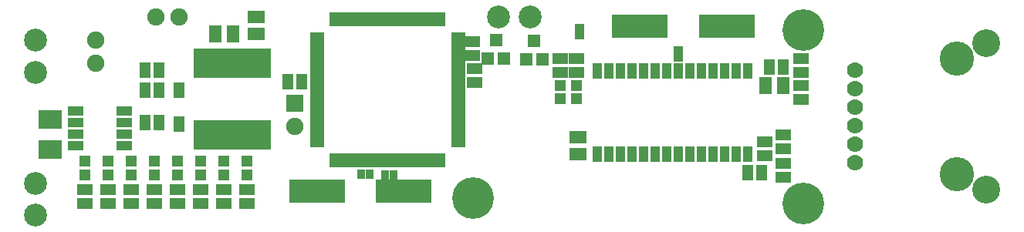
<source format=gts>
G04 (created by PCBNEW-RS274X (2012-jan-04)-stable) date Fri 13 Apr 2012 11:09:43 PM EDT*
G01*
G70*
G90*
%MOIN*%
G04 Gerber Fmt 3.4, Leading zero omitted, Abs format*
%FSLAX34Y34*%
G04 APERTURE LIST*
%ADD10C,0.006000*%
%ADD11C,0.180000*%
%ADD12R,0.060000X0.030000*%
%ADD13R,0.030000X0.060000*%
%ADD14R,0.056000X0.056000*%
%ADD15R,0.047600X0.067200*%
%ADD16R,0.065000X0.040000*%
%ADD17R,0.040000X0.070000*%
%ADD18R,0.100000X0.080000*%
%ADD19R,0.055000X0.075000*%
%ADD20R,0.075000X0.055000*%
%ADD21R,0.065000X0.045000*%
%ADD22R,0.045000X0.065000*%
%ADD23R,0.043600X0.035700*%
%ADD24R,0.035700X0.043600*%
%ADD25C,0.098700*%
%ADD26R,0.075000X0.075000*%
%ADD27C,0.075000*%
%ADD28R,0.335000X0.126300*%
%ADD29R,0.051400X0.051400*%
%ADD30R,0.240500X0.102700*%
%ADD31C,0.070000*%
%ADD32C,0.120000*%
%ADD33C,0.148000*%
G04 APERTURE END LIST*
G54D10*
G54D11*
X28000Y-14500D03*
X42250Y-07250D03*
X42250Y-14750D03*
G54D12*
X21250Y-12180D03*
X21250Y-07460D03*
X21250Y-07660D03*
X21250Y-07850D03*
X21250Y-08050D03*
X21250Y-08250D03*
X21250Y-08440D03*
X21250Y-08640D03*
X21250Y-08840D03*
X21250Y-09030D03*
X21250Y-09230D03*
X21250Y-09430D03*
X21250Y-09630D03*
X21250Y-09820D03*
X21250Y-10020D03*
X21250Y-10220D03*
X21250Y-10410D03*
X21250Y-10610D03*
X21250Y-10810D03*
X21250Y-11000D03*
X21250Y-11200D03*
X21250Y-11400D03*
X21250Y-11590D03*
X21250Y-11790D03*
X21250Y-11990D03*
G54D13*
X21940Y-06770D03*
X26660Y-06770D03*
X26460Y-06770D03*
X26270Y-06770D03*
X26070Y-06770D03*
X25870Y-06770D03*
X25680Y-06770D03*
X25480Y-06770D03*
X25280Y-06770D03*
X25090Y-06770D03*
X24890Y-06770D03*
X24690Y-06770D03*
X24490Y-06770D03*
X24300Y-06770D03*
X24100Y-06770D03*
X23900Y-06770D03*
X23710Y-06770D03*
X23510Y-06770D03*
X23310Y-06770D03*
X23120Y-06770D03*
X22920Y-06770D03*
X22720Y-06770D03*
X22530Y-06770D03*
X22330Y-06770D03*
X22130Y-06770D03*
X21940Y-12870D03*
X22140Y-12870D03*
X22330Y-12870D03*
X22530Y-12870D03*
X22730Y-12870D03*
X22920Y-12870D03*
X23120Y-12870D03*
X23320Y-12870D03*
X23510Y-12870D03*
X23710Y-12870D03*
X23910Y-12870D03*
X24110Y-12870D03*
X24300Y-12870D03*
X24500Y-12870D03*
X24700Y-12870D03*
X24890Y-12870D03*
X25090Y-12870D03*
X25290Y-12870D03*
X25480Y-12870D03*
X25680Y-12870D03*
X25880Y-12870D03*
X26070Y-12870D03*
X26270Y-12870D03*
X26470Y-12870D03*
X26660Y-12870D03*
G54D12*
X27350Y-12180D03*
X27350Y-11980D03*
X27350Y-11790D03*
X27350Y-11590D03*
X27350Y-11390D03*
X27350Y-11200D03*
X27350Y-11000D03*
X27350Y-10800D03*
X27350Y-10610D03*
X27350Y-10410D03*
X27350Y-10210D03*
X27350Y-10010D03*
X27350Y-09820D03*
X27350Y-09620D03*
X27350Y-09420D03*
X27350Y-09230D03*
X27350Y-09030D03*
X27350Y-08830D03*
X27350Y-08640D03*
X27350Y-08440D03*
X27350Y-08240D03*
X27350Y-08050D03*
X27350Y-07850D03*
X27350Y-07650D03*
X27350Y-07460D03*
G54D14*
X29340Y-08470D03*
X28640Y-08470D03*
X28990Y-07670D03*
X30990Y-08520D03*
X30290Y-08520D03*
X30640Y-07720D03*
G54D15*
X15285Y-09847D03*
X15285Y-11303D03*
G54D16*
X10835Y-12245D03*
X12935Y-12245D03*
X10835Y-11745D03*
X10835Y-11245D03*
X10835Y-10745D03*
X12935Y-11745D03*
X12935Y-11245D03*
X12935Y-10745D03*
G54D17*
X33355Y-12615D03*
X33855Y-12615D03*
X34355Y-12615D03*
X34855Y-12615D03*
X35355Y-12615D03*
X35855Y-12615D03*
X36355Y-12615D03*
X36855Y-12615D03*
X37355Y-12615D03*
X37855Y-12615D03*
X38355Y-12615D03*
X38855Y-12615D03*
X39355Y-12615D03*
X39855Y-12615D03*
X39855Y-09015D03*
X39355Y-09015D03*
X38855Y-09015D03*
X38355Y-09015D03*
X37855Y-09015D03*
X37355Y-09015D03*
X36855Y-09015D03*
X36355Y-09015D03*
X35855Y-09015D03*
X35355Y-09015D03*
X34855Y-09015D03*
X34355Y-09015D03*
X33855Y-09015D03*
X33355Y-09015D03*
G54D18*
X09720Y-11100D03*
X09720Y-12400D03*
G54D19*
X40640Y-09635D03*
X41390Y-09635D03*
G54D20*
X18635Y-06660D03*
X18635Y-07410D03*
X32545Y-11870D03*
X32545Y-12620D03*
G54D19*
X17620Y-07415D03*
X16870Y-07415D03*
G54D21*
X18240Y-14130D03*
X18240Y-14730D03*
G54D22*
X13825Y-11245D03*
X14425Y-11245D03*
G54D21*
X28060Y-08890D03*
X28060Y-09490D03*
G54D22*
X13825Y-09845D03*
X14425Y-09845D03*
G54D21*
X27970Y-08330D03*
X27970Y-07730D03*
G54D22*
X14425Y-08975D03*
X13825Y-08975D03*
G54D21*
X42165Y-08475D03*
X42165Y-09075D03*
X42165Y-10235D03*
X42165Y-09635D03*
X41395Y-11765D03*
X41395Y-12365D03*
X41395Y-13615D03*
X41395Y-13015D03*
X31775Y-09065D03*
X31775Y-08465D03*
X32475Y-09055D03*
X32475Y-08455D03*
X40595Y-12075D03*
X40595Y-12675D03*
X17240Y-14130D03*
X17240Y-14730D03*
X16240Y-14130D03*
X16240Y-14730D03*
X15240Y-14130D03*
X15240Y-14730D03*
X14240Y-14130D03*
X14240Y-14730D03*
X13240Y-14130D03*
X13240Y-14730D03*
X12240Y-14130D03*
X12240Y-14730D03*
X11240Y-14130D03*
X11240Y-14730D03*
G54D22*
X19980Y-09470D03*
X20580Y-09470D03*
X40455Y-13395D03*
X39855Y-13395D03*
X41395Y-08835D03*
X40795Y-08835D03*
G54D23*
X36860Y-08447D03*
X36860Y-08093D03*
X32580Y-07487D03*
X32580Y-07133D03*
G54D24*
X23527Y-13460D03*
X23173Y-13460D03*
X24203Y-13500D03*
X24557Y-13500D03*
G54D25*
X09110Y-15239D03*
X09110Y-13861D03*
X30459Y-06680D03*
X29081Y-06680D03*
X09110Y-07681D03*
X09110Y-09059D03*
G54D26*
X20290Y-10390D03*
G54D27*
X20290Y-11390D03*
G54D28*
X17585Y-11780D03*
X17585Y-08670D03*
G54D29*
X11220Y-13505D03*
X11220Y-12915D03*
X14220Y-13505D03*
X14220Y-12915D03*
X12220Y-13505D03*
X12220Y-12915D03*
X13220Y-13505D03*
X13220Y-12915D03*
X31775Y-10220D03*
X31775Y-09630D03*
X32475Y-10220D03*
X32475Y-09630D03*
X18220Y-13505D03*
X18220Y-12915D03*
X17220Y-13505D03*
X17220Y-12915D03*
X16220Y-13505D03*
X16220Y-12915D03*
X15220Y-13505D03*
X15220Y-12915D03*
G54D30*
X35210Y-07080D03*
X38950Y-07080D03*
X21270Y-14210D03*
X25010Y-14210D03*
G54D27*
X11705Y-08685D03*
X11705Y-07685D03*
X15285Y-06665D03*
X14285Y-06665D03*
G54D31*
X44505Y-10565D03*
X44505Y-11365D03*
X44505Y-12165D03*
X44505Y-12965D03*
X44505Y-09765D03*
X44505Y-08965D03*
G54D32*
X50155Y-14140D03*
X50155Y-07790D03*
G54D33*
X48905Y-08465D03*
X48905Y-13465D03*
M02*

</source>
